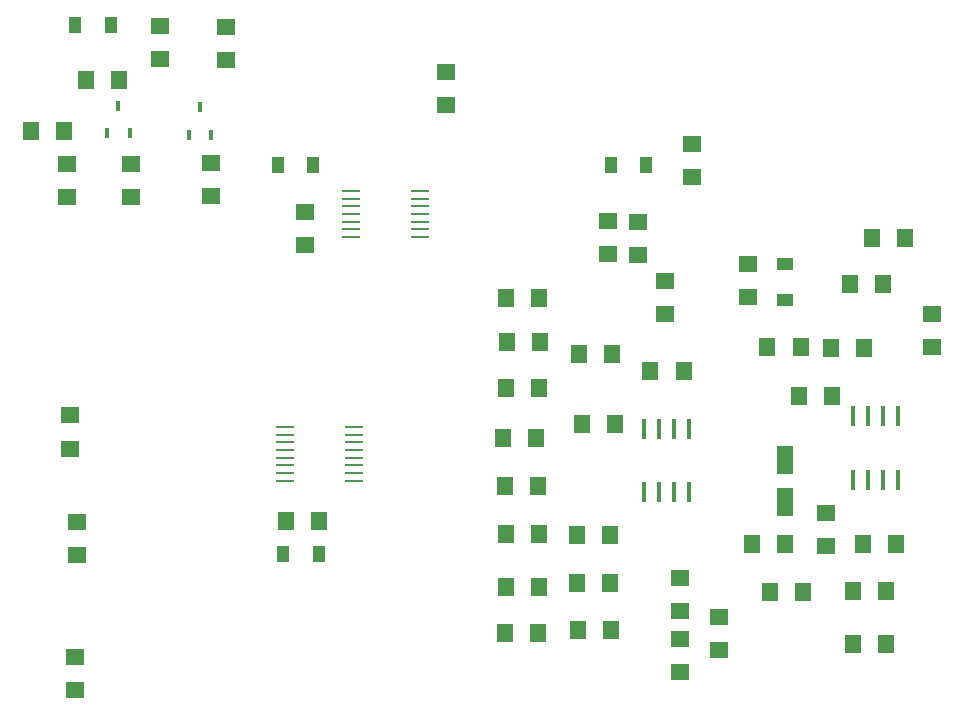
<source format=gbr>
G04 DipTrace 3.3.1.1*
G04 TopPaste.gbr*
%MOIN*%
G04 #@! TF.FileFunction,Paste,Top*
G04 #@! TF.Part,Single*
%ADD50R,0.062835X0.007717*%
%ADD52R,0.015591X0.070709*%
%ADD54R,0.017559X0.033307*%
%ADD64R,0.054961X0.039213*%
%ADD66R,0.039213X0.054961*%
%ADD76R,0.056929X0.092362*%
%ADD82R,0.062835X0.054961*%
%ADD84R,0.054961X0.062835*%
%FSLAX26Y26*%
G04*
G70*
G90*
G75*
G01*
G04 TopPaste*
%LPD*%
D84*
X1105552Y2508047D3*
X995316D3*
D82*
X1645966Y2854944D3*
Y2744707D3*
X1908315Y2126913D3*
Y2237150D3*
D84*
X1953202Y1209238D3*
X1842966D3*
D82*
X1148110Y1094896D3*
Y1205133D3*
X1142047Y645197D3*
Y755433D3*
X1124867Y1449197D3*
Y1559433D3*
X2378601Y2594583D3*
Y2704819D3*
X2918406Y2207122D3*
Y2096886D3*
D84*
X2577912Y1164563D3*
X2688148D3*
X2690182Y1804325D3*
X2579946D3*
X2677379Y1485795D3*
X2567143D3*
X2683640Y1324714D3*
X2573404D3*
X2579291Y987096D3*
X2689528D3*
X2685188Y834150D3*
X2574951D3*
X2577629Y1651018D3*
X2687865D3*
X2579259Y1952114D3*
X2689495D3*
D82*
X3287252Y778304D3*
Y888541D3*
X3383408Y1954041D3*
Y2064277D3*
X3197925Y2352596D3*
Y2462832D3*
D84*
X3845816Y798028D3*
X3735580D3*
X3665719Y1623274D3*
X3555483D3*
D76*
X3509433Y1269717D3*
Y1411449D3*
D84*
X3398303Y1132088D3*
X3508539D3*
D82*
X3998934Y1897510D3*
Y1787274D3*
D66*
X1834871Y1097963D3*
X1952982D3*
X1141881Y2861520D3*
X1259991D3*
X2926448Y2395193D3*
X3044558D3*
D64*
X3509289Y2062894D3*
Y1944783D3*
D66*
X1935483Y2393928D3*
X1817373D3*
D54*
X1248644Y2501328D3*
X1323448D3*
X1286046Y2591879D3*
X1519915Y2495752D3*
X1594718D3*
X1557316Y2586303D3*
D84*
X1177248Y2678226D3*
X1287484D3*
D82*
X1114606Y2397652D3*
Y2287416D3*
X1425066Y2857612D3*
Y2747375D3*
X1326360Y2398286D3*
Y2288050D3*
X1595051Y2401899D3*
Y2291663D3*
D84*
X2822106Y1765272D3*
X2932343D3*
X2831795Y1530874D3*
X2942031D3*
X3059508Y1707513D3*
X3169744D3*
D82*
X3017280Y2093579D3*
Y2203815D3*
X3108980Y1898734D3*
Y2008970D3*
D84*
X2814063Y1001908D3*
X2924299D3*
X2817954Y842667D3*
X2928190D3*
X2814745Y1160416D3*
X2924982D3*
D82*
X3159278Y906356D3*
Y1016592D3*
X3156991Y705042D3*
Y815278D3*
D84*
X3449448Y1787007D3*
X3559684D3*
X3662545Y1785466D3*
X3772781D3*
X3909093Y2151676D3*
X3798857D3*
X3725318Y1998944D3*
X3835554D3*
X3457287Y971283D3*
X3567524D3*
X3735615Y973348D3*
X3845852D3*
D82*
X3644306Y1124130D3*
Y1234366D3*
D84*
X3768566Y1131050D3*
X3878802D3*
D52*
X3733194Y1343434D3*
X3783194D3*
X3833194D3*
X3883194D3*
Y1556033D3*
X3833194D3*
X3783194D3*
X3733194D3*
X3037705Y1302831D3*
X3087705D3*
X3137705D3*
X3187705D3*
Y1515429D3*
X3137705D3*
X3087705D3*
X3037705D3*
D50*
X1842845Y1521093D3*
Y1495503D3*
Y1469912D3*
Y1444322D3*
Y1418731D3*
Y1393140D3*
Y1367550D3*
Y1341959D3*
X2071199D3*
X2071192Y1367550D3*
Y1393140D3*
Y1418731D3*
Y1444322D3*
Y1469912D3*
Y1495503D3*
Y1521093D3*
X2062013Y2307877D3*
Y2282286D3*
Y2256696D3*
Y2231105D3*
Y2205514D3*
Y2179924D3*
X2062021Y2154333D3*
X2290360D3*
Y2179924D3*
Y2205514D3*
Y2231105D3*
Y2256696D3*
Y2282286D3*
Y2307877D3*
M02*

</source>
